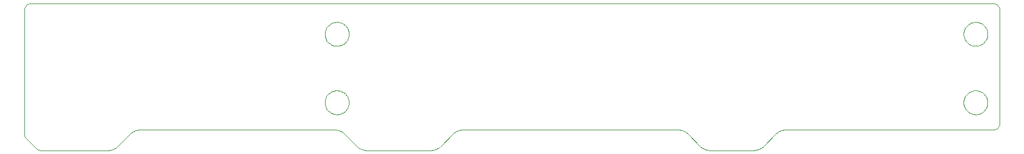
<source format=gko>
G75*
%MOIN*%
%OFA0B0*%
%FSLAX24Y24*%
%IPPOS*%
%LPD*%
%AMOC8*
5,1,8,0,0,1.08239X$1,22.5*
%
%ADD10C,0.0000*%
D10*
X003074Y000574D02*
X006916Y000574D01*
X007473Y000804D02*
X008193Y001524D01*
X008749Y001755D02*
X019908Y001755D01*
X020465Y001524D02*
X021185Y000804D01*
X021741Y000574D02*
X025420Y000574D01*
X025977Y000804D02*
X026696Y001524D01*
X027253Y001755D02*
X039593Y001755D01*
X040150Y001524D02*
X040870Y000804D01*
X041426Y000574D02*
X043924Y000574D01*
X044481Y000804D02*
X045200Y001524D01*
X045757Y001755D02*
X057636Y001755D01*
X057675Y001757D01*
X057713Y001763D01*
X057750Y001772D01*
X057787Y001785D01*
X057822Y001802D01*
X057855Y001821D01*
X057886Y001844D01*
X057915Y001870D01*
X057941Y001899D01*
X057964Y001930D01*
X057983Y001963D01*
X058000Y001998D01*
X058013Y002035D01*
X058022Y002072D01*
X058028Y002110D01*
X058030Y002149D01*
X058029Y002149D02*
X058029Y008645D01*
X058030Y008645D02*
X058028Y008684D01*
X058022Y008722D01*
X058013Y008759D01*
X058000Y008796D01*
X057983Y008831D01*
X057964Y008864D01*
X057941Y008895D01*
X057915Y008924D01*
X057886Y008950D01*
X057855Y008973D01*
X057822Y008992D01*
X057787Y009009D01*
X057750Y009022D01*
X057713Y009031D01*
X057675Y009037D01*
X057636Y009039D01*
X057636Y009038D02*
X002518Y009038D01*
X002518Y009039D02*
X002479Y009037D01*
X002441Y009031D01*
X002404Y009022D01*
X002367Y009009D01*
X002332Y008992D01*
X002299Y008973D01*
X002268Y008950D01*
X002239Y008924D01*
X002213Y008895D01*
X002190Y008864D01*
X002171Y008831D01*
X002154Y008796D01*
X002141Y008759D01*
X002132Y008722D01*
X002126Y008684D01*
X002124Y008645D01*
X002124Y001524D01*
X002126Y001485D01*
X002132Y001447D01*
X002141Y001410D01*
X002154Y001373D01*
X002171Y001338D01*
X002190Y001305D01*
X002213Y001274D01*
X002239Y001245D01*
X002239Y001246D02*
X002796Y000689D01*
X002795Y000688D02*
X002824Y000662D01*
X002855Y000639D01*
X002888Y000620D01*
X002923Y000603D01*
X002960Y000590D01*
X002997Y000581D01*
X003035Y000575D01*
X003074Y000573D01*
X006916Y000574D02*
X006967Y000576D01*
X007019Y000581D01*
X007070Y000589D01*
X007120Y000601D01*
X007169Y000616D01*
X007217Y000634D01*
X007264Y000655D01*
X007310Y000679D01*
X007353Y000707D01*
X007395Y000737D01*
X007435Y000769D01*
X007472Y000805D01*
X008193Y001523D02*
X008230Y001559D01*
X008270Y001591D01*
X008312Y001621D01*
X008355Y001649D01*
X008401Y001673D01*
X008448Y001694D01*
X008496Y001712D01*
X008545Y001727D01*
X008595Y001739D01*
X008646Y001747D01*
X008698Y001752D01*
X008749Y001754D01*
X019908Y001754D02*
X019959Y001752D01*
X020011Y001747D01*
X020062Y001739D01*
X020112Y001727D01*
X020161Y001712D01*
X020209Y001694D01*
X020256Y001673D01*
X020302Y001649D01*
X020345Y001621D01*
X020387Y001591D01*
X020427Y001559D01*
X020464Y001523D01*
X021185Y000805D02*
X021222Y000769D01*
X021262Y000737D01*
X021304Y000707D01*
X021347Y000679D01*
X021393Y000655D01*
X021440Y000634D01*
X021488Y000616D01*
X021537Y000601D01*
X021587Y000589D01*
X021638Y000581D01*
X021690Y000576D01*
X021741Y000574D01*
X025420Y000574D02*
X025471Y000576D01*
X025523Y000581D01*
X025574Y000589D01*
X025624Y000601D01*
X025673Y000616D01*
X025721Y000634D01*
X025768Y000655D01*
X025814Y000679D01*
X025857Y000707D01*
X025899Y000737D01*
X025939Y000769D01*
X025976Y000805D01*
X026697Y001523D02*
X026734Y001559D01*
X026774Y001591D01*
X026816Y001621D01*
X026859Y001649D01*
X026905Y001673D01*
X026952Y001694D01*
X027000Y001712D01*
X027049Y001727D01*
X027099Y001739D01*
X027150Y001747D01*
X027202Y001752D01*
X027253Y001754D01*
X019348Y003330D02*
X019350Y003382D01*
X019356Y003434D01*
X019366Y003485D01*
X019379Y003535D01*
X019397Y003585D01*
X019418Y003632D01*
X019442Y003678D01*
X019471Y003722D01*
X019502Y003764D01*
X019536Y003803D01*
X019573Y003840D01*
X019613Y003873D01*
X019656Y003904D01*
X019700Y003931D01*
X019746Y003955D01*
X019795Y003975D01*
X019844Y003991D01*
X019895Y004004D01*
X019946Y004013D01*
X019998Y004018D01*
X020050Y004019D01*
X020102Y004016D01*
X020154Y004009D01*
X020205Y003998D01*
X020255Y003984D01*
X020304Y003965D01*
X020351Y003943D01*
X020396Y003918D01*
X020440Y003889D01*
X020481Y003857D01*
X020520Y003822D01*
X020555Y003784D01*
X020588Y003743D01*
X020618Y003701D01*
X020644Y003656D01*
X020667Y003609D01*
X020686Y003560D01*
X020702Y003510D01*
X020714Y003460D01*
X020722Y003408D01*
X020726Y003356D01*
X020726Y003304D01*
X020722Y003252D01*
X020714Y003200D01*
X020702Y003150D01*
X020686Y003100D01*
X020667Y003051D01*
X020644Y003004D01*
X020618Y002959D01*
X020588Y002917D01*
X020555Y002876D01*
X020520Y002838D01*
X020481Y002803D01*
X020440Y002771D01*
X020396Y002742D01*
X020351Y002717D01*
X020304Y002695D01*
X020255Y002676D01*
X020205Y002662D01*
X020154Y002651D01*
X020102Y002644D01*
X020050Y002641D01*
X019998Y002642D01*
X019946Y002647D01*
X019895Y002656D01*
X019844Y002669D01*
X019795Y002685D01*
X019746Y002705D01*
X019700Y002729D01*
X019656Y002756D01*
X019613Y002787D01*
X019573Y002820D01*
X019536Y002857D01*
X019502Y002896D01*
X019471Y002938D01*
X019442Y002982D01*
X019418Y003028D01*
X019397Y003075D01*
X019379Y003125D01*
X019366Y003175D01*
X019356Y003226D01*
X019350Y003278D01*
X019348Y003330D01*
X039593Y001754D02*
X039644Y001752D01*
X039696Y001747D01*
X039747Y001739D01*
X039797Y001727D01*
X039846Y001712D01*
X039894Y001694D01*
X039941Y001673D01*
X039987Y001649D01*
X040030Y001621D01*
X040072Y001591D01*
X040112Y001559D01*
X040149Y001523D01*
X040870Y000805D02*
X040907Y000769D01*
X040947Y000737D01*
X040989Y000707D01*
X041032Y000679D01*
X041078Y000655D01*
X041125Y000634D01*
X041173Y000616D01*
X041222Y000601D01*
X041272Y000589D01*
X041323Y000581D01*
X041375Y000576D01*
X041426Y000574D01*
X043924Y000574D02*
X043975Y000576D01*
X044027Y000581D01*
X044078Y000589D01*
X044128Y000601D01*
X044177Y000616D01*
X044225Y000634D01*
X044272Y000655D01*
X044318Y000679D01*
X044361Y000707D01*
X044403Y000737D01*
X044443Y000769D01*
X044480Y000805D01*
X045201Y001523D02*
X045238Y001559D01*
X045278Y001591D01*
X045320Y001621D01*
X045363Y001649D01*
X045409Y001673D01*
X045456Y001694D01*
X045504Y001712D01*
X045553Y001727D01*
X045603Y001739D01*
X045654Y001747D01*
X045706Y001752D01*
X045757Y001754D01*
X055963Y003330D02*
X055965Y003382D01*
X055971Y003434D01*
X055981Y003485D01*
X055994Y003535D01*
X056012Y003585D01*
X056033Y003632D01*
X056057Y003678D01*
X056086Y003722D01*
X056117Y003764D01*
X056151Y003803D01*
X056188Y003840D01*
X056228Y003873D01*
X056271Y003904D01*
X056315Y003931D01*
X056361Y003955D01*
X056410Y003975D01*
X056459Y003991D01*
X056510Y004004D01*
X056561Y004013D01*
X056613Y004018D01*
X056665Y004019D01*
X056717Y004016D01*
X056769Y004009D01*
X056820Y003998D01*
X056870Y003984D01*
X056919Y003965D01*
X056966Y003943D01*
X057011Y003918D01*
X057055Y003889D01*
X057096Y003857D01*
X057135Y003822D01*
X057170Y003784D01*
X057203Y003743D01*
X057233Y003701D01*
X057259Y003656D01*
X057282Y003609D01*
X057301Y003560D01*
X057317Y003510D01*
X057329Y003460D01*
X057337Y003408D01*
X057341Y003356D01*
X057341Y003304D01*
X057337Y003252D01*
X057329Y003200D01*
X057317Y003150D01*
X057301Y003100D01*
X057282Y003051D01*
X057259Y003004D01*
X057233Y002959D01*
X057203Y002917D01*
X057170Y002876D01*
X057135Y002838D01*
X057096Y002803D01*
X057055Y002771D01*
X057011Y002742D01*
X056966Y002717D01*
X056919Y002695D01*
X056870Y002676D01*
X056820Y002662D01*
X056769Y002651D01*
X056717Y002644D01*
X056665Y002641D01*
X056613Y002642D01*
X056561Y002647D01*
X056510Y002656D01*
X056459Y002669D01*
X056410Y002685D01*
X056361Y002705D01*
X056315Y002729D01*
X056271Y002756D01*
X056228Y002787D01*
X056188Y002820D01*
X056151Y002857D01*
X056117Y002896D01*
X056086Y002938D01*
X056057Y002982D01*
X056033Y003028D01*
X056012Y003075D01*
X055994Y003125D01*
X055981Y003175D01*
X055971Y003226D01*
X055965Y003278D01*
X055963Y003330D01*
X055963Y007267D02*
X055965Y007319D01*
X055971Y007371D01*
X055981Y007422D01*
X055994Y007472D01*
X056012Y007522D01*
X056033Y007569D01*
X056057Y007615D01*
X056086Y007659D01*
X056117Y007701D01*
X056151Y007740D01*
X056188Y007777D01*
X056228Y007810D01*
X056271Y007841D01*
X056315Y007868D01*
X056361Y007892D01*
X056410Y007912D01*
X056459Y007928D01*
X056510Y007941D01*
X056561Y007950D01*
X056613Y007955D01*
X056665Y007956D01*
X056717Y007953D01*
X056769Y007946D01*
X056820Y007935D01*
X056870Y007921D01*
X056919Y007902D01*
X056966Y007880D01*
X057011Y007855D01*
X057055Y007826D01*
X057096Y007794D01*
X057135Y007759D01*
X057170Y007721D01*
X057203Y007680D01*
X057233Y007638D01*
X057259Y007593D01*
X057282Y007546D01*
X057301Y007497D01*
X057317Y007447D01*
X057329Y007397D01*
X057337Y007345D01*
X057341Y007293D01*
X057341Y007241D01*
X057337Y007189D01*
X057329Y007137D01*
X057317Y007087D01*
X057301Y007037D01*
X057282Y006988D01*
X057259Y006941D01*
X057233Y006896D01*
X057203Y006854D01*
X057170Y006813D01*
X057135Y006775D01*
X057096Y006740D01*
X057055Y006708D01*
X057011Y006679D01*
X056966Y006654D01*
X056919Y006632D01*
X056870Y006613D01*
X056820Y006599D01*
X056769Y006588D01*
X056717Y006581D01*
X056665Y006578D01*
X056613Y006579D01*
X056561Y006584D01*
X056510Y006593D01*
X056459Y006606D01*
X056410Y006622D01*
X056361Y006642D01*
X056315Y006666D01*
X056271Y006693D01*
X056228Y006724D01*
X056188Y006757D01*
X056151Y006794D01*
X056117Y006833D01*
X056086Y006875D01*
X056057Y006919D01*
X056033Y006965D01*
X056012Y007012D01*
X055994Y007062D01*
X055981Y007112D01*
X055971Y007163D01*
X055965Y007215D01*
X055963Y007267D01*
X019348Y007267D02*
X019350Y007319D01*
X019356Y007371D01*
X019366Y007422D01*
X019379Y007472D01*
X019397Y007522D01*
X019418Y007569D01*
X019442Y007615D01*
X019471Y007659D01*
X019502Y007701D01*
X019536Y007740D01*
X019573Y007777D01*
X019613Y007810D01*
X019656Y007841D01*
X019700Y007868D01*
X019746Y007892D01*
X019795Y007912D01*
X019844Y007928D01*
X019895Y007941D01*
X019946Y007950D01*
X019998Y007955D01*
X020050Y007956D01*
X020102Y007953D01*
X020154Y007946D01*
X020205Y007935D01*
X020255Y007921D01*
X020304Y007902D01*
X020351Y007880D01*
X020396Y007855D01*
X020440Y007826D01*
X020481Y007794D01*
X020520Y007759D01*
X020555Y007721D01*
X020588Y007680D01*
X020618Y007638D01*
X020644Y007593D01*
X020667Y007546D01*
X020686Y007497D01*
X020702Y007447D01*
X020714Y007397D01*
X020722Y007345D01*
X020726Y007293D01*
X020726Y007241D01*
X020722Y007189D01*
X020714Y007137D01*
X020702Y007087D01*
X020686Y007037D01*
X020667Y006988D01*
X020644Y006941D01*
X020618Y006896D01*
X020588Y006854D01*
X020555Y006813D01*
X020520Y006775D01*
X020481Y006740D01*
X020440Y006708D01*
X020396Y006679D01*
X020351Y006654D01*
X020304Y006632D01*
X020255Y006613D01*
X020205Y006599D01*
X020154Y006588D01*
X020102Y006581D01*
X020050Y006578D01*
X019998Y006579D01*
X019946Y006584D01*
X019895Y006593D01*
X019844Y006606D01*
X019795Y006622D01*
X019746Y006642D01*
X019700Y006666D01*
X019656Y006693D01*
X019613Y006724D01*
X019573Y006757D01*
X019536Y006794D01*
X019502Y006833D01*
X019471Y006875D01*
X019442Y006919D01*
X019418Y006965D01*
X019397Y007012D01*
X019379Y007062D01*
X019366Y007112D01*
X019356Y007163D01*
X019350Y007215D01*
X019348Y007267D01*
M02*

</source>
